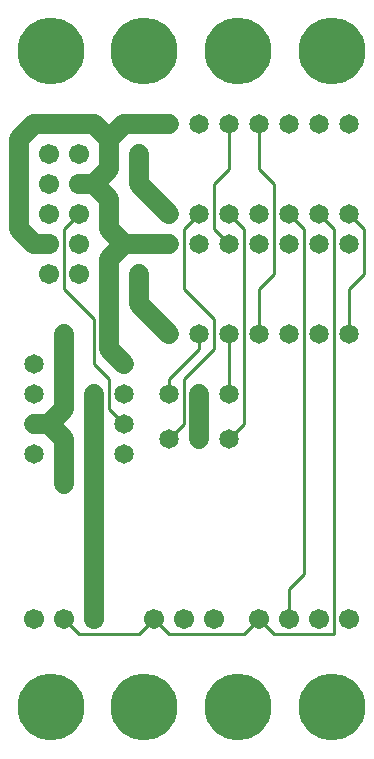
<source format=gtl>
%MOIN*%
%FSLAX25Y25*%
G04 D10 used for Character Trace; *
G04     Circle (OD=.01000) (No hole)*
G04 D11 used for Power Trace; *
G04     Circle (OD=.06500) (No hole)*
G04 D12 used for Signal Trace; *
G04     Circle (OD=.01100) (No hole)*
G04 D13 used for Via; *
G04     Circle (OD=.05800) (Round. Hole ID=.02800)*
G04 D14 used for Component hole; *
G04     Circle (OD=.06500) (Round. Hole ID=.03500)*
G04 D15 used for Component hole; *
G04     Circle (OD=.06700) (Round. Hole ID=.04300)*
G04 D16 used for Component hole; *
G04     Circle (OD=.08100) (Round. Hole ID=.05100)*
G04 D17 used for Component hole; *
G04     Circle (OD=.08900) (Round. Hole ID=.05900)*
G04 D18 used for Component hole; *
G04     Circle (OD=.11300) (Round. Hole ID=.08300)*
G04 D19 used for Component hole; *
G04     Circle (OD=.16000) (Round. Hole ID=.13000)*
G04 D20 used for Component hole; *
G04     Circle (OD=.18300) (Round. Hole ID=.15300)*
G04 D21 used for Component hole; *
G04     Circle (OD=.22291) (Round. Hole ID=.19291)*
%ADD10C,.01000*%
%ADD11C,.06500*%
%ADD12C,.01100*%
%ADD13C,.05800*%
%ADD14C,.06500*%
%ADD15C,.06700*%
%ADD16C,.08100*%
%ADD17C,.08900*%
%ADD18C,.11300*%
%ADD19C,.16000*%
%ADD20C,.18300*%
%ADD21C,.22291*%
%IPPOS*%
%LPD*%
G90*X0Y0D02*D21*X15625Y15625D03*D12*              
X25000Y40000D02*X45000D01*X50000Y45000D01*D15*D03*
D12*X55000Y40000D01*X80000D01*X85000Y45000D01*D15*
D03*D12*X90000Y40000D01*X110000D01*Y175000D01*    
X105000Y180000D01*D14*D03*D12*X100000Y60000D02*   
Y175000D01*X95000Y55000D02*X100000Y60000D01*      
X95000Y45000D02*Y55000D01*D15*Y45000D03*          
X105000D03*X115000D03*X70000D03*D21*              
X78125Y15625D03*X109375D03*D15*X60000Y45000D03*   
D21*X46875Y15625D03*D14*X40000Y100000D03*         
X75000Y105000D03*D12*X80000Y110000D01*Y175000D01* 
X75000Y180000D01*D14*D03*D12*Y170000D02*          
X70000Y175000D01*D14*X75000Y170000D03*D12*        
X70000Y175000D02*Y190000D01*X75000Y195000D01*     
Y210000D01*D14*D03*X85000D03*D12*Y195000D01*      
X90000Y190000D01*Y160000D01*X85000Y155000D01*     
Y140000D01*D14*D03*X95000D03*X75000D03*D12*       
Y120000D01*D14*D03*X65000D03*D11*Y105000D01*D14*  
D03*D12*X55000D02*X60000Y110000D01*D14*           
X55000Y105000D03*D12*X60000Y110000D02*Y125000D01* 
X70000Y135000D01*Y145000D01*X60000Y155000D01*     
Y175000D01*X65000Y180000D01*D14*D03*              
X55000Y170000D03*D11*X45000D01*D14*D03*D11*       
X40000D01*X35000Y165000D01*Y135000D01*            
X40000Y130000D01*D14*D03*D12*X35000Y115000D02*    
Y125000D01*X40000Y110000D02*X35000Y115000D01*D14* 
X40000Y110000D03*D13*X30000Y120000D03*D11*        
Y90000D01*D14*D03*D11*Y45000D01*D15*D03*D12*      
X25000Y40000D02*X20000Y45000D01*D15*D03*X10000D03*
D14*X20000Y90000D03*D11*Y105000D01*               
X15000Y110000D01*X10000D01*D14*D03*D11*X15000D02* 
X20000Y115000D01*Y140000D01*D13*D03*D12*          
X35000Y125000D02*X30000Y130000D01*D14*            
X40000Y120000D03*D12*X30000Y130000D02*Y145000D01* 
X20000Y155000D01*Y175000D01*X25000Y180000D01*D15* 
D03*X15000Y190000D03*Y170000D03*D11*X10000D01*    
X5000Y175000D01*Y205000D01*X10000Y210000D01*      
X30000D01*X35000Y205000D01*Y195000D01*            
X30000Y190000D01*X35000Y185000D01*Y175000D01*     
X40000Y170000D01*D14*X45000Y160000D03*D11*        
Y150000D01*X55000Y140000D01*D14*D03*D12*          
Y125000D02*X65000Y135000D01*X55000Y120000D02*     
Y125000D01*D14*Y120000D03*D12*X65000Y135000D02*   
Y140000D01*D14*D03*X95000Y170000D03*X85000D03*    
X65000D03*D12*X100000Y175000D02*X95000Y180000D01* 
D14*D03*X105000Y170000D03*X85000Y180000D03*       
X115000Y170000D03*Y180000D03*D12*                 
X120000Y175000D01*Y160000D01*X115000Y155000D01*   
Y140000D01*D14*D03*X105000D03*X55000Y180000D03*   
D11*X45000Y190000D01*Y200000D01*D14*D03*          
X55000Y210000D03*D11*X45000D01*D14*D03*D11*       
X40000D01*X35000Y205000D01*D15*X25000Y200000D03*  
Y190000D03*D11*X30000D01*D15*X15000Y200000D03*    
Y180000D03*X25000Y170000D03*X15000Y160000D03*     
X25000D03*D14*X65000Y210000D03*D21*               
X46875Y234375D03*X15625D03*X78125D03*D14*         
X10000Y130000D03*X95000Y210000D03*                
X10000Y120000D03*X105000Y210000D03*D21*           
X109375Y234375D03*D14*X115000Y210000D03*          
X10000Y100000D03*M02*                             

</source>
